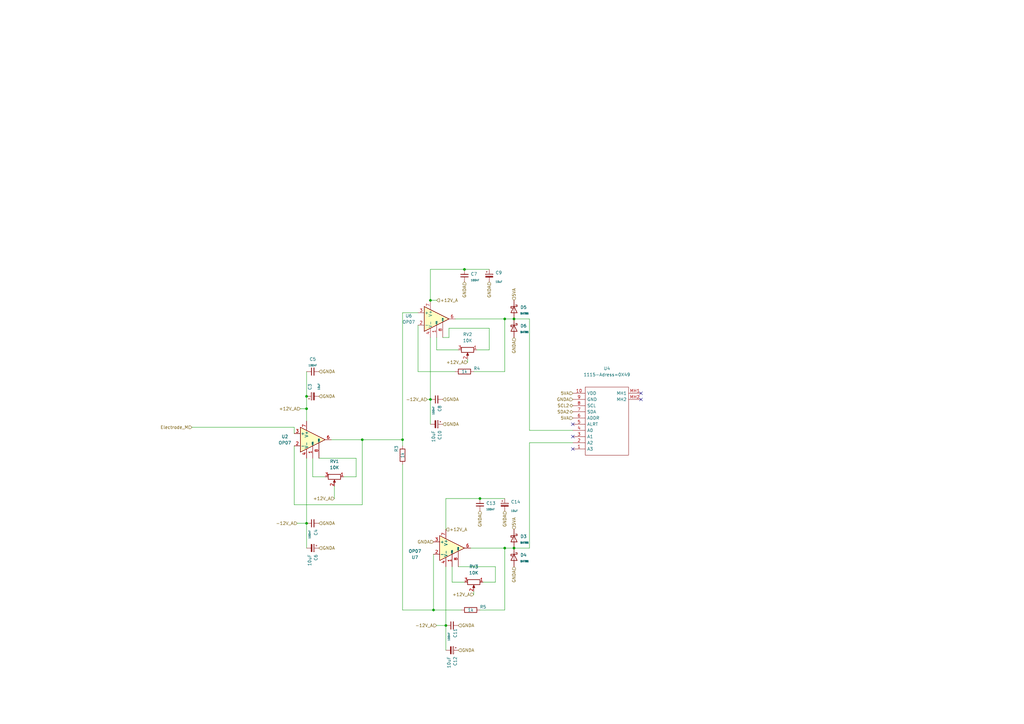
<source format=kicad_sch>
(kicad_sch (version 20211123) (generator eeschema)
  (paper "A3")
  (lib_symbols
    (symbol "1085:1085" (pin_names (offset 0.762))
      (property "Reference" "IC" (at 24.13 7.62 0))
      (property "Value" "1085" (at 24.13 5.08 0))
      (symbol "1085_0_0"
        (pin passive line (at 0 -22.86 0) (length 5.08) (name "A3") (number "1"))
        (pin passive line (at 0 0 0) (length 5.08) (name "VDD") (number "10"))
        (pin passive line (at 0 -20.32 0) (length 5.08) (name "A2") (number "2"))
        (pin passive line (at 0 -17.78 0) (length 5.08) (name "A1") (number "3"))
        (pin passive line (at 0 -15.24 0) (length 5.08) (name "A0") (number "4"))
        (pin passive line (at 0 -12.7 0) (length 5.08) (name "ALRT") (number "5"))
        (pin passive line (at 0 -10.16 0) (length 5.08) (name "ADDR") (number "6"))
        (pin passive line (at 0 -7.62 0) (length 5.08) (name "SDA") (number "7"))
        (pin passive line (at 0 -5.08 0) (length 5.08) (name "SCL") (number "8"))
        (pin passive line (at 0 -2.54 0) (length 5.08) (name "GND") (number "9"))
        (pin passive line (at 27.94 0 180) (length 5.08) (name "MH1") (number "MH1"))
        (pin passive line (at 27.94 -2.54 180) (length 5.08) (name "MH2") (number "MH2"))
      )
      (symbol "1085_0_1"
        (polyline (pts (xy 5.08 2.54) (xy 22.86 2.54) (xy 22.86 -25.4) (xy 5.08 -25.4) (xy 5.08 2.54)) (stroke (width 0.1524)))
      )
    )
    (symbol "Amplifier_Operational:OP07" (pin_names (offset 0.127))
      (property "Reference" "U" (at 1.27 6.35 0))
      (property "Value" "OP07" (at 1.27 3.81 0))
      (symbol "OP07_0_1"
        (polyline (pts (xy -5.08 5.08) (xy 5.08 0) (xy -5.08 -5.08) (xy -5.08 5.08)) (stroke (width 0.254)) (fill (type background)))
      )
      (symbol "OP07_1_1"
        (pin input line (at 0 -7.62 90) (length 5.08) (name "VOS") (number "1"))
        (pin input line (at -7.62 -2.54 0) (length 2.54) (name "-") (number "2"))
        (pin input line (at -7.62 2.54 0) (length 2.54) (name "+") (number "3"))
        (pin power_in line (at -2.54 -7.62 90) (length 3.81) (name "V-") (number "4"))
        (pin no_connect line (at 0 2.54 270) (length 2.54) hide (name "NC") (number "5"))
        (pin output line (at 7.62 0 180) (length 2.54) (name "~") (number "6"))
        (pin power_in line (at -2.54 7.62 270) (length 3.81) (name "V+") (number "7"))
        (pin input line (at 2.54 -7.62 90) (length 6.35) (name "VOS") (number "8"))
      )
    )
    (symbol "Device:C_Polarized_Small" (pin_numbers hide) (pin_names (offset 0.254) hide)
      (property "Reference" "C" (at 0.254 1.778 0))
      (property "Value" "C_Polarized_Small" (at 0.254 -2.032 0))
      (symbol "C_Polarized_Small_0_1"
        (rectangle (start -1.524 -0.3048) (end 1.524 -0.6858) (fill (type outline)))
        (rectangle (start -1.524 0.6858) (end 1.524 0.3048))
        (polyline (pts (xy -1.27 1.524) (xy -0.762 1.524)))
        (polyline (pts (xy -1.016 1.27) (xy -1.016 1.778)))
      )
      (symbol "C_Polarized_Small_1_1"
        (pin passive line (at 0 2.54 270) (length 1.8542) (name "~") (number "1"))
        (pin passive line (at 0 -2.54 90) (length 1.8542) (name "~") (number "2"))
      )
    )
    (symbol "Device:C_Small" (pin_numbers hide) (pin_names (offset 0.254) hide)
      (property "Reference" "C" (at 0.254 1.778 0))
      (property "Value" "C_Small" (at 0.254 -2.032 0))
      (symbol "C_Small_0_1"
        (polyline (pts (xy -1.524 -0.508) (xy 1.524 -0.508)) (stroke (width 0.3302)))
        (polyline (pts (xy -1.524 0.508) (xy 1.524 0.508)) (stroke (width 0.3048)))
      )
      (symbol "C_Small_1_1"
        (pin passive line (at 0 2.54 270) (length 2.032) (name "~") (number "1"))
        (pin passive line (at 0 -2.54 90) (length 2.032) (name "~") (number "2"))
      )
    )
    (symbol "Device:R" (pin_numbers hide) (pin_names (offset 0))
      (property "Reference" "R" (at 2.032 0 90))
      (property "Value" "R" (at 0 0 90))
      (symbol "R_0_1"
        (rectangle (start -1.016 -2.54) (end 1.016 2.54) (stroke (width 0.254)))
      )
      (symbol "R_1_1"
        (pin passive line (at 0 3.81 270) (length 1.27) (name "~") (number "1"))
        (pin passive line (at 0 -3.81 90) (length 1.27) (name "~") (number "2"))
      )
    )
    (symbol "Device:R_Potentiometer" (pin_names (offset 1.016) hide)
      (property "Reference" "RV" (at -4.445 0 90))
      (property "Value" "R_Potentiometer" (at -2.54 0 90))
      (symbol "R_Potentiometer_0_1"
        (polyline (pts (xy 2.54 0) (xy 1.524 0)))
        (polyline (pts (xy 1.143 0) (xy 2.286 0.508) (xy 2.286 -0.508) (xy 1.143 0)) (fill (type outline)))
        (rectangle (start 1.016 2.54) (end -1.016 -2.54) (stroke (width 0.254)))
      )
      (symbol "R_Potentiometer_1_1"
        (pin passive line (at 0 3.81 270) (length 1.27) (name "1") (number "1"))
        (pin passive line (at 3.81 0 180) (length 1.27) (name "2") (number "2"))
        (pin passive line (at 0 -3.81 90) (length 1.27) (name "3") (number "3"))
      )
    )
    (symbol "Diode:BAT86" (pin_numbers hide) (pin_names (offset 1.016) hide)
      (property "Reference" "D" (at 0 2.54 0))
      (property "Value" "BAT86" (at 0 -2.54 0))
      (symbol "BAT86_0_1"
        (polyline (pts (xy 1.27 0) (xy -1.27 0)))
        (polyline (pts (xy 1.27 1.27) (xy 1.27 -1.27) (xy -1.27 0) (xy 1.27 1.27)) (stroke (width 0.254)))
        (polyline (pts (xy -1.905 0.635) (xy -1.905 1.27) (xy -1.27 1.27) (xy -1.27 -1.27) (xy -0.635 -1.27) (xy -0.635 -0.635)) (stroke (width 0.254)))
      )
      (symbol "BAT86_1_1"
        (pin passive line (at -3.81 0 0) (length 2.54) (name "K") (number "1"))
        (pin passive line (at 3.81 0 180) (length 2.54) (name "A") (number "2"))
      )
    )
  )
  (junction (at 207.01 224.79))
  (junction (at 125.73 162.56))
  (junction (at 207.01 130.81))
  (junction (at 125.73 214.63))
  (junction (at 196.85 204.47))
  (junction (at 190.5 110.49))
  (junction (at 165.1 180.34))
  (junction (at 176.53 163.83))
  (junction (at 177.8 250.19))
  (junction (at 182.88 256.54))
  (junction (at 210.82 130.81))
  (junction (at 176.53 123.19))
  (junction (at 148.59 180.34))
  (junction (at 210.82 224.79))
  (junction (at 125.73 167.64))
  (no_connect (at 262.89 163.83))
  (no_connect (at 234.95 179.07))
  (no_connect (at 262.89 161.29))
  (no_connect (at 234.95 173.99))
  (no_connect (at 234.95 184.15))
  (wire (pts (xy 165.1 250.19) (xy 177.8 250.19)))
  (wire (pts (xy 130.81 187.96) (xy 146.05 187.96)))
  (wire (pts (xy 176.53 138.43) (xy 176.53 163.83)))
  (wire (pts (xy 182.88 204.47) (xy 182.88 217.17)))
  (wire (pts (xy 171.45 128.27) (xy 165.1 128.27)))
  (wire (pts (xy 125.73 187.96) (xy 125.73 214.63)))
  (wire (pts (xy 177.8 227.33) (xy 177.8 250.19)))
  (wire (pts (xy 179.07 138.43) (xy 179.07 143.51)))
  (wire (pts (xy 234.95 181.61) (xy 217.17 181.61)))
  (wire (pts (xy 148.59 180.34) (xy 148.59 207.01)))
  (wire (pts (xy 176.53 163.83) (xy 176.53 173.99)))
  (wire (pts (xy 191.77 147.32) (xy 191.77 148.59)))
  (wire (pts (xy 203.2 232.41) (xy 203.2 238.76)))
  (wire (pts (xy 176.53 110.49) (xy 176.53 123.19)))
  (wire (pts (xy 185.42 238.76) (xy 190.5 238.76)))
  (wire (pts (xy 146.05 195.58) (xy 140.97 195.58)))
  (wire (pts (xy 203.2 238.76) (xy 198.12 238.76)))
  (wire (pts (xy 125.73 214.63) (xy 125.73 224.79)))
  (wire (pts (xy 190.5 110.49) (xy 200.66 110.49)))
  (wire (pts (xy 137.16 199.39) (xy 137.16 204.47)))
  (wire (pts (xy 165.1 190.5) (xy 165.1 250.19)))
  (wire (pts (xy 207.01 224.79) (xy 210.82 224.79)))
  (wire (pts (xy 125.73 167.64) (xy 125.73 172.72)))
  (wire (pts (xy 207.01 130.81) (xy 186.69 130.81)))
  (wire (pts (xy 184.15 134.62) (xy 200.66 134.62)))
  (wire (pts (xy 217.17 224.79) (xy 210.82 224.79)))
  (wire (pts (xy 234.95 176.53) (xy 217.17 176.53)))
  (wire (pts (xy 217.17 130.81) (xy 217.17 176.53)))
  (wire (pts (xy 171.45 133.35) (xy 171.45 152.4)))
  (wire (pts (xy 182.88 232.41) (xy 182.88 256.54)))
  (wire (pts (xy 146.05 187.96) (xy 146.05 195.58)))
  (wire (pts (xy 120.65 207.01) (xy 148.59 207.01)))
  (wire (pts (xy 210.82 130.81) (xy 217.17 130.81)))
  (wire (pts (xy 125.73 162.56) (xy 125.73 167.64)))
  (wire (pts (xy 165.1 180.34) (xy 165.1 182.88)))
  (wire (pts (xy 184.15 138.43) (xy 184.15 134.62)))
  (wire (pts (xy 207.01 250.19) (xy 207.01 224.79)))
  (wire (pts (xy 176.53 110.49) (xy 190.5 110.49)))
  (wire (pts (xy 217.17 181.61) (xy 217.17 224.79)))
  (wire (pts (xy 165.1 128.27) (xy 165.1 180.34)))
  (wire (pts (xy 123.19 167.64) (xy 125.73 167.64)))
  (wire (pts (xy 207.01 130.81) (xy 210.82 130.81)))
  (wire (pts (xy 193.04 224.79) (xy 207.01 224.79)))
  (wire (pts (xy 207.01 130.81) (xy 207.01 152.4)))
  (wire (pts (xy 194.31 242.57) (xy 194.31 243.84)))
  (wire (pts (xy 207.01 152.4) (xy 194.31 152.4)))
  (wire (pts (xy 179.07 256.54) (xy 182.88 256.54)))
  (wire (pts (xy 125.73 152.4) (xy 125.73 162.56)))
  (wire (pts (xy 177.8 250.19) (xy 189.23 250.19)))
  (wire (pts (xy 200.66 143.51) (xy 195.58 143.51)))
  (wire (pts (xy 135.89 180.34) (xy 148.59 180.34)))
  (wire (pts (xy 179.07 143.51) (xy 187.96 143.51)))
  (wire (pts (xy 185.42 232.41) (xy 185.42 238.76)))
  (wire (pts (xy 187.96 232.41) (xy 203.2 232.41)))
  (wire (pts (xy 120.65 182.88) (xy 120.65 207.01)))
  (wire (pts (xy 128.27 195.58) (xy 133.35 195.58)))
  (wire (pts (xy 196.85 204.47) (xy 207.01 204.47)))
  (wire (pts (xy 171.45 152.4) (xy 186.69 152.4)))
  (wire (pts (xy 121.92 214.63) (xy 125.73 214.63)))
  (wire (pts (xy 196.85 250.19) (xy 207.01 250.19)))
  (wire (pts (xy 175.26 163.83) (xy 176.53 163.83)))
  (wire (pts (xy 120.65 175.26) (xy 120.65 177.8)))
  (wire (pts (xy 128.27 187.96) (xy 128.27 195.58)))
  (wire (pts (xy 200.66 134.62) (xy 200.66 143.51)))
  (wire (pts (xy 182.88 256.54) (xy 182.88 266.7)))
  (wire (pts (xy 148.59 180.34) (xy 165.1 180.34)))
  (wire (pts (xy 182.88 204.47) (xy 196.85 204.47)))
  (wire (pts (xy 181.61 138.43) (xy 184.15 138.43)))
  (wire (pts (xy 176.53 123.19) (xy 179.07 123.19)))
  (wire (pts (xy 78.74 175.26) (xy 120.65 175.26)))
  (hierarchical_label "GNDA" (shape input) (at 190.5 115.57 270))
  (hierarchical_label "5VA" (shape input) (at 234.95 171.45 180))
  (hierarchical_label "GNDA" (shape input) (at 210.82 138.43 270))
  (hierarchical_label "GNDA" (shape input) (at 130.81 224.79 0))
  (hierarchical_label "+12V_A" (shape input) (at 191.77 148.59 180))
  (hierarchical_label "+12V_A" (shape input) (at 182.88 217.17 0))
  (hierarchical_label "+12V_A" (shape input) (at 194.31 243.84 180))
  (hierarchical_label "GNDA" (shape input) (at 210.82 232.41 270))
  (hierarchical_label "-12V_A" (shape input) (at 121.92 214.63 180))
  (hierarchical_label "GNDA" (shape input) (at 130.81 214.63 0))
  (hierarchical_label "-12V_A" (shape input) (at 175.26 163.83 180))
  (hierarchical_label "SCL2" (shape bidirectional) (at 234.95 166.37 180))
  (hierarchical_label "+12V_A" (shape input) (at 179.07 123.19 0))
  (hierarchical_label "GNDA" (shape input) (at 130.81 152.4 0))
  (hierarchical_label "GNDA" (shape input) (at 196.85 209.55 270))
  (hierarchical_label "-12V_A" (shape input) (at 179.07 256.54 180))
  (hierarchical_label "GNDA" (shape input) (at 177.8 222.25 180))
  (hierarchical_label "SDA2" (shape bidirectional) (at 234.95 168.91 180))
  (hierarchical_label "GNDA" (shape input) (at 181.61 163.83 0))
  (hierarchical_label "GNDA" (shape input) (at 207.01 209.55 270))
  (hierarchical_label "Electrode_M" (shape input) (at 78.74 175.26 180))
  (hierarchical_label "GNDA" (shape input) (at 200.66 115.57 270))
  (hierarchical_label "5VA" (shape input) (at 210.82 123.19 90))
  (hierarchical_label "GNDA" (shape input) (at 181.61 173.99 0))
  (hierarchical_label "5VA" (shape input) (at 210.82 217.17 90))
  (hierarchical_label "5VA" (shape input) (at 234.95 161.29 180))
  (hierarchical_label "+12V_A" (shape input) (at 123.19 167.64 180))
  (hierarchical_label "GNDA" (shape input) (at 187.96 266.7 0))
  (hierarchical_label "GNDA" (shape input) (at 130.81 162.56 0))
  (hierarchical_label "GNDA" (shape input) (at 187.96 256.54 0))
  (hierarchical_label "GNDA" (shape input) (at 234.95 163.83 180))
  (hierarchical_label "+12V_A" (shape input) (at 137.16 204.47 180))
  (symbol (lib_id "Device:C_Polarized_Small") (at 179.07 173.99 270) (unit 1)
    (property "Reference" "C10" (at 180.34 176.53 0) (effects (justify left)))
    (property "Value" "10uF" (at 177.8 176.53 0) (effects (justify left)))
    (property "Footprint" "Capacitor_THT:CP_Radial_D6.3mm_P2.50mm" (effects hide))
  )
  (symbol (lib_id "Device:C_Polarized_Small") (at 128.27 224.79 270) (unit 1)
    (property "Reference" "C6" (at 129.54 227.33 0) (effects (justify left)))
    (property "Value" "10uF" (at 127 227.33 0) (effects (justify left)))
    (property "Footprint" "Capacitor_THT:CP_Radial_D6.3mm_P2.50mm" (effects hide))
  )
  (symbol (lib_id "Device:C_Polarized_Small") (at 200.66 113.03 0) (unit 1)
    (property "Reference" "C9" (at 203.2 111.8488 0) (effects (justify left)))
    (property "Value" "10uF" (at 203.2 115.57 0) (effects (font (size 0.75 0.75)) (justify left)))
    (property "Footprint" "Capacitor_THT:CP_Radial_D6.3mm_P2.50mm" (effects hide))
  )
  (symbol (lib_id "Device:R") (at 193.04 250.19 90) (unit 1)
    (property "Reference" "R5" (at 198.12 248.92 90))
    (property "Value" "1k" (at 193.04 250.19 90))
    (property "Footprint" "Resistor_THT:R_Axial_DIN0207_L6.3mm_D2.5mm_P7.62mm_Horizontal" (effects hide))
  )
  (symbol (lib_id "Device:C_Small") (at 196.85 207.01 0) (unit 1)
    (property "Reference" "C13" (at 199.39 206.3812 0) (effects (justify left)))
    (property "Value" "100nF" (at 199.39 208.9212 0) (effects (font (size 0.75 0.75)) (justify left)))
    (property "Footprint" "Capacitor_THT:C_Disc_D8.0mm_W2.5mm_P5.00mm" (effects hide))
  )
  (symbol (lib_id "Amplifier_Operational:OP07") (at 185.42 224.79 0) (unit 1)
    (property "Reference" "U7" (at 170.18 228.6 0))
    (property "Value" "OP07" (at 170.18 226.06 0))
    (property "Footprint" "Package_DIP:DIP-8_W7.62mm" (effects hide))
    (property "Datasheet" "https://www.analog.com/media/en/technical-documentation/data-sheets/OP07.pdf" (effects hide))
  )
  (symbol (lib_id "Device:C_Small") (at 128.27 152.4 90) (unit 1)
    (property "Reference" "C5" (at 128.2763 147.32 90))
    (property "Value" "100nF" (at 128.2763 149.86 90) (effects (font (size 0.75 0.75))))
    (property "Footprint" "Capacitor_THT:C_Disc_D8.0mm_W2.5mm_P5.00mm" (effects hide))
  )
  (symbol (lib_id "Amplifier_Operational:OP07") (at 128.27 180.34 0) (unit 1)
    (property "Reference" "U2" (at 116.84 179.07 0))
    (property "Value" "OP07" (at 116.84 181.61 0))
    (property "Footprint" "Package_DIP:DIP-8_W7.62mm" (effects hide))
    (property "Datasheet" "https://www.analog.com/media/en/technical-documentation/data-sheets/OP07.pdf" (effects hide))
  )
  (symbol (lib_id "Device:R_Potentiometer") (at 194.31 238.76 270) (unit 1)
    (property "Reference" "RV3" (at 194.31 232.41 90))
    (property "Value" "10K" (at 194.31 234.95 90))
    (property "Footprint" "Potentiometer_THT:Potentiometer_Bourns_3296W_Vertical" (effects hide))
  )
  (symbol (lib_id "Diode:BAT86") (at 210.82 134.62 270) (unit 1)
    (property "Reference" "D6" (at 213.36 133.6674 90) (effects (justify left)))
    (property "Value" "BAT86" (at 213.36 136.2074 90) (effects (font (size 0.75 0.75)) (justify left)))
    (property "Footprint" "Diode_THT:D_DO-35_SOD27_P7.62mm_Horizontal" (effects hide))
    (property "Datasheet" "https://assets.nexperia.com/documents/data-sheet/BAT86.pdf" (effects hide))
  )
  (symbol (lib_id "Device:R_Potentiometer") (at 191.77 143.51 270) (unit 1)
    (property "Reference" "RV2" (at 191.77 137.16 90))
    (property "Value" "10K" (at 191.77 139.7 90))
    (property "Footprint" "Potentiometer_THT:Potentiometer_Bourns_3296W_Vertical" (effects hide))
  )
  (symbol (lib_id "Device:C_Small") (at 179.07 163.83 90) (unit 1)
    (property "Reference" "C8" (at 180.34 168.91 0) (effects (justify left)))
    (property "Value" "100nF" (at 177.8 170.18 0) (effects (font (size 0.75 0.75)) (justify left)))
    (property "Footprint" "Capacitor_THT:C_Disc_D8.0mm_W2.5mm_P5.00mm" (effects hide))
  )
  (symbol (lib_id "Amplifier_Operational:OP07") (at 179.07 130.81 0) (unit 1)
    (property "Reference" "U6" (at 167.64 129.54 0))
    (property "Value" "OP07" (at 167.64 132.08 0))
    (property "Footprint" "Package_DIP:DIP-8_W7.62mm" (effects hide))
    (property "Datasheet" "https://www.analog.com/media/en/technical-documentation/data-sheets/OP07.pdf" (effects hide))
  )
  (symbol (lib_id "1085:1085") (at 234.95 161.29 0) (unit 1)
    (property "Reference" "U4" (at 248.92 151.13 0))
    (property "Value" "1115-Adress=0X49" (at 248.92 153.67 0))
    (property "Footprint" "1085:1085" (effects hide))
    (property "Datasheet" "https://cdn-shop.adafruit.com/datasheets/ads1115.pdf" (effects hide))
    (property "MAXIMUM_PACKAGE_HEIGHT" "N/A" (effects hide))
    (property "PARTREV" "N/A" (effects hide))
    (property "STANDARD" "Manufacturer Recommendations" (effects hide))
    (property "Description" "Data Conversion IC Development Tools ADS1115 16-Bit ADC - 4 Channel with Programmable Gain Amplifier" (effects hide))
    (property "Height" "5" (effects hide))
    (property "Manufacturer_Name" "Adafruit" (effects hide))
    (property "Manufacturer_Part_Number" "1085" (effects hide))
    (property "Mouser Part Number" "485-1085" (effects hide))
    (property "Mouser Price/Stock" "https://www.mouser.co.uk/ProductDetail/Adafruit/1085?qs=GURawfaeGuCW8oufi8WauA%3D%3D" (effects hide))
    (property "Arrow Part Number" "1085" (effects hide))
    (property "Arrow Price/Stock" "https://www.arrow.com/en/products/1085/adafruit-industries?region=nac" (effects hide))
  )
  (symbol (lib_id "Device:C_Polarized_Small") (at 185.42 266.7 270) (unit 1)
    (property "Reference" "C12" (at 186.69 269.24 0) (effects (justify left)))
    (property "Value" "10uF" (at 184.15 269.24 0) (effects (justify left)))
    (property "Footprint" "Capacitor_THT:CP_Radial_D6.3mm_P2.50mm" (effects hide))
  )
  (symbol (lib_id "Diode:BAT86") (at 210.82 220.98 270) (unit 1)
    (property "Reference" "D3" (at 213.36 220.0274 90) (effects (justify left)))
    (property "Value" "BAT86" (at 213.36 222.5674 90) (effects (font (size 0.75 0.75)) (justify left)))
    (property "Footprint" "Diode_THT:D_DO-35_SOD27_P7.62mm_Horizontal" (effects hide))
    (property "Datasheet" "https://assets.nexperia.com/documents/data-sheet/BAT86.pdf" (effects hide))
  )
  (symbol (lib_id "Diode:BAT86") (at 210.82 228.6 270) (unit 1)
    (property "Reference" "D4" (at 213.36 227.6474 90) (effects (justify left)))
    (property "Value" "BAT86" (at 213.36 230.1874 90) (effects (font (size 0.75 0.75)) (justify left)))
    (property "Footprint" "Diode_THT:D_DO-35_SOD27_P7.62mm_Horizontal" (effects hide))
    (property "Datasheet" "https://assets.nexperia.com/documents/data-sheet/BAT86.pdf" (effects hide))
  )
  (symbol (lib_id "Device:C_Polarized_Small") (at 128.27 162.56 90) (unit 1)
    (property "Reference" "C3" (at 127.0888 160.02 0) (effects (justify left)))
    (property "Value" "10uF" (at 130.81 160.02 0) (effects (font (size 0.75 0.75)) (justify left)))
    (property "Footprint" "Capacitor_THT:CP_Radial_D6.3mm_P2.50mm" (effects hide))
  )
  (symbol (lib_id "Device:C_Small") (at 185.42 256.54 90) (unit 1)
    (property "Reference" "C11" (at 186.69 261.62 0) (effects (justify left)))
    (property "Value" "100nF" (at 184.15 262.89 0) (effects (font (size 0.75 0.75)) (justify left)))
    (property "Footprint" "Capacitor_THT:C_Disc_D8.0mm_W2.5mm_P5.00mm" (effects hide))
  )
  (symbol (lib_id "Device:R") (at 165.1 186.69 0) (unit 1)
    (property "Reference" "R3" (at 162.56 185.42 90) (effects (justify left)))
    (property "Value" "1k" (at 165.1 187.96 90) (effects (justify left)))
    (property "Footprint" "Resistor_THT:R_Axial_DIN0207_L6.3mm_D2.5mm_P7.62mm_Horizontal" (effects hide))
  )
  (symbol (lib_id "Device:C_Small") (at 128.27 214.63 90) (unit 1)
    (property "Reference" "C4" (at 129.54 219.71 0) (effects (justify left)))
    (property "Value" "100nF" (at 127 220.98 0) (effects (font (size 0.75 0.75)) (justify left)))
    (property "Footprint" "Capacitor_THT:C_Disc_D8.0mm_W2.5mm_P5.00mm" (effects hide))
  )
  (symbol (lib_id "Device:R") (at 190.5 152.4 90) (unit 1)
    (property "Reference" "R4" (at 195.58 151.13 90))
    (property "Value" "1k" (at 190.5 152.4 90))
    (property "Footprint" "Resistor_THT:R_Axial_DIN0207_L6.3mm_D2.5mm_P7.62mm_Horizontal" (effects hide))
  )
  (symbol (lib_id "Device:R_Potentiometer") (at 137.16 195.58 270) (unit 1)
    (property "Reference" "RV1" (at 137.16 189.23 90))
    (property "Value" "10K" (at 137.16 191.77 90))
    (property "Footprint" "Potentiometer_THT:Potentiometer_Bourns_3296W_Vertical" (effects hide))
  )
  (symbol (lib_id "Diode:BAT86") (at 210.82 127 270) (unit 1)
    (property "Reference" "D5" (at 213.36 126.0474 90) (effects (justify left)))
    (property "Value" "BAT86" (at 213.36 128.5874 90) (effects (font (size 0.75 0.75)) (justify left)))
    (property "Footprint" "Diode_THT:D_DO-35_SOD27_P7.62mm_Horizontal" (effects hide))
    (property "Datasheet" "https://assets.nexperia.com/documents/data-sheet/BAT86.pdf" (effects hide))
  )
  (symbol (lib_id "Device:C_Small") (at 190.5 113.03 0) (unit 1)
    (property "Reference" "C7" (at 193.04 112.4012 0) (effects (justify left)))
    (property "Value" "100nF" (at 193.04 114.9412 0) (effects (font (size 0.75 0.75)) (justify left)))
    (property "Footprint" "Capacitor_THT:C_Disc_D8.0mm_W2.5mm_P5.00mm" (effects hide))
  )
  (symbol (lib_id "Device:C_Polarized_Small") (at 207.01 207.01 0) (unit 1)
    (property "Reference" "C14" (at 209.55 205.8288 0) (effects (justify left)))
    (property "Value" "10uF" (at 209.55 209.55 0) (effects (font (size 0.75 0.75)) (justify left)))
    (property "Footprint" "Capacitor_THT:CP_Radial_D6.3mm_P2.50mm" (effects hide))
  )
)
</source>
